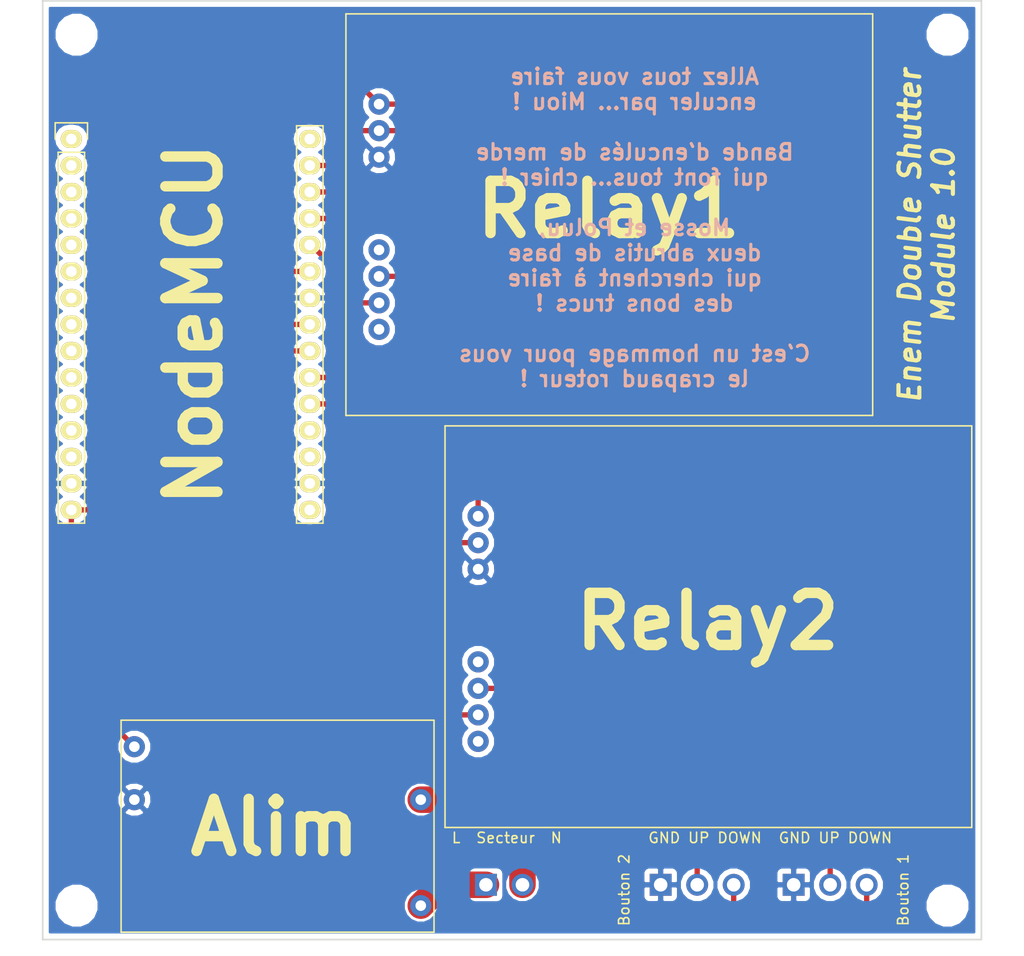
<source format=kicad_pcb>
(kicad_pcb (version 4) (host pcbnew 4.0.7)

  (general
    (links 22)
    (no_connects 0)
    (area 44.924999 49.924999 135.075001 140.075001)
    (thickness 1.6)
    (drawings 8)
    (tracks 108)
    (zones 0)
    (modules 11)
    (nets 35)
  )

  (page A4)
  (layers
    (0 F.Cu signal)
    (31 B.Cu signal)
    (32 B.Adhes user)
    (33 F.Adhes user)
    (34 B.Paste user)
    (35 F.Paste user)
    (36 B.SilkS user)
    (37 F.SilkS user)
    (38 B.Mask user)
    (39 F.Mask user)
    (40 Dwgs.User user)
    (41 Cmts.User user)
    (42 Eco1.User user)
    (43 Eco2.User user)
    (44 Edge.Cuts user)
    (45 Margin user)
    (46 B.CrtYd user)
    (47 F.CrtYd user)
    (48 B.Fab user)
    (49 F.Fab user)
  )

  (setup
    (last_trace_width 1)
    (trace_clearance 0.2)
    (zone_clearance 0.508)
    (zone_45_only no)
    (trace_min 0.2)
    (segment_width 0.2)
    (edge_width 0.15)
    (via_size 0.6)
    (via_drill 0.4)
    (via_min_size 0.4)
    (via_min_drill 0.3)
    (uvia_size 0.3)
    (uvia_drill 0.1)
    (uvias_allowed no)
    (uvia_min_size 0.2)
    (uvia_min_drill 0.1)
    (pcb_text_width 0.3)
    (pcb_text_size 1.5 1.5)
    (mod_edge_width 0.15)
    (mod_text_size 1 1)
    (mod_text_width 0.15)
    (pad_size 1.524 1.524)
    (pad_drill 0.762)
    (pad_to_mask_clearance 0.2)
    (aux_axis_origin 0 0)
    (visible_elements 7FFFEFFF)
    (pcbplotparams
      (layerselection 0x00030_80000001)
      (usegerberextensions false)
      (excludeedgelayer true)
      (linewidth 0.100000)
      (plotframeref false)
      (viasonmask false)
      (mode 1)
      (useauxorigin false)
      (hpglpennumber 1)
      (hpglpenspeed 20)
      (hpglpendiameter 15)
      (hpglpenoverlay 2)
      (psnegative false)
      (psa4output false)
      (plotreference true)
      (plotvalue true)
      (plotinvisibletext false)
      (padsonsilk false)
      (subtractmaskfromsilk false)
      (outputformat 1)
      (mirror false)
      (drillshape 1)
      (scaleselection 1)
      (outputdirectory ""))
  )

  (net 0 "")
  (net 1 "Net-(A1-Pad1)")
  (net 2 "Net-(A1-Pad2)")
  (net 3 +5V)
  (net 4 GND)
  (net 5 "Net-(J2-Pad2)")
  (net 6 "Net-(J2-Pad3)")
  (net 7 "Net-(J3-Pad2)")
  (net 8 "Net-(J3-Pad3)")
  (net 9 "Net-(U1-Pad1)")
  (net 10 "Net-(U1-Pad2)")
  (net 11 "Net-(U1-Pad3)")
  (net 12 "Net-(U1-Pad6)")
  (net 13 "Net-(U1-Pad7)")
  (net 14 "Net-(U1-Pad8)")
  (net 15 "Net-(U1-Pad9)")
  (net 16 +3V3)
  (net 17 "Net-(U1-Pad12)")
  (net 18 "Net-(U1-Pad13)")
  (net 19 "Net-(U1-Pad30)")
  (net 20 "Net-(U1-Pad18)")
  (net 21 "Net-(U1-Pad19)")
  (net 22 "Net-(Relay1-Pad5)")
  (net 23 "Net-(Relay1-Pad4)")
  (net 24 "Net-(Relay2-Pad5)")
  (net 25 "Net-(Relay2-Pad4)")
  (net 26 "Net-(Relay1-Pad7)")
  (net 27 "Net-(Relay1-Pad6)")
  (net 28 "Net-(Relay2-Pad7)")
  (net 29 "Net-(Relay2-Pad6)")
  (net 30 "Net-(U1-Pad4)")
  (net 31 "Net-(U1-Pad5)")
  (net 32 "Net-(U1-Pad10)")
  (net 33 "Net-(U1-Pad11)")
  (net 34 "Net-(U1-Pad16)")

  (net_class Default "Ceci est la Netclass par défaut"
    (clearance 0.2)
    (trace_width 1)
    (via_dia 0.6)
    (via_drill 0.4)
    (uvia_dia 0.3)
    (uvia_drill 0.1)
    (add_net +3V3)
    (add_net +5V)
    (add_net GND)
    (add_net "Net-(A1-Pad1)")
    (add_net "Net-(A1-Pad2)")
    (add_net "Net-(J2-Pad2)")
    (add_net "Net-(J2-Pad3)")
    (add_net "Net-(J3-Pad2)")
    (add_net "Net-(J3-Pad3)")
    (add_net "Net-(Relay1-Pad4)")
    (add_net "Net-(Relay1-Pad5)")
    (add_net "Net-(Relay1-Pad6)")
    (add_net "Net-(Relay1-Pad7)")
    (add_net "Net-(Relay2-Pad4)")
    (add_net "Net-(Relay2-Pad5)")
    (add_net "Net-(Relay2-Pad6)")
    (add_net "Net-(Relay2-Pad7)")
    (add_net "Net-(U1-Pad1)")
    (add_net "Net-(U1-Pad10)")
    (add_net "Net-(U1-Pad11)")
    (add_net "Net-(U1-Pad12)")
    (add_net "Net-(U1-Pad13)")
    (add_net "Net-(U1-Pad16)")
    (add_net "Net-(U1-Pad18)")
    (add_net "Net-(U1-Pad19)")
    (add_net "Net-(U1-Pad2)")
    (add_net "Net-(U1-Pad3)")
    (add_net "Net-(U1-Pad30)")
    (add_net "Net-(U1-Pad4)")
    (add_net "Net-(U1-Pad5)")
    (add_net "Net-(U1-Pad6)")
    (add_net "Net-(U1-Pad7)")
    (add_net "Net-(U1-Pad8)")
    (add_net "Net-(U1-Pad9)")
  )

  (module enemLib:NodeMCU_simple (layer F.Cu) (tedit 5AEF0DEA) (tstamp 5AEF0124)
    (at 47.75 63.25)
    (descr "Through-hole-mounted NodeMCU 0.9")
    (tags nodemcu)
    (path /5AE34C07)
    (fp_text reference NodeMCU (at 11.75 17.75 90) (layer F.SilkS)
      (effects (font (size 5 5) (thickness 1)))
    )
    (fp_text value NodeMCU_Amica_R2 (at 11.43 45.085) (layer F.Fab)
      (effects (font (size 2 2) (thickness 0.15)))
    )
    (fp_line (start 15.24 37.465) (end 15.24 42.545) (layer F.CrtYd) (width 0.15))
    (fp_line (start 7.62 37.465) (end 15.24 37.465) (layer F.CrtYd) (width 0.15))
    (fp_line (start 7.62 42.545) (end 7.62 37.465) (layer F.CrtYd) (width 0.15))
    (fp_line (start -1.905 42.545) (end -1.905 -6.35) (layer F.CrtYd) (width 0.15))
    (fp_line (start 24.765 42.545) (end -1.905 42.545) (layer F.CrtYd) (width 0.15))
    (fp_line (start 24.765 -6.35) (end 24.765 42.545) (layer F.CrtYd) (width 0.15))
    (fp_line (start -1.905 -6.35) (end 24.765 -6.35) (layer F.CrtYd) (width 0.15))
    (fp_line (start -1.27 1.27) (end -1.27 36.83) (layer F.SilkS) (width 0.15))
    (fp_line (start -1.27 36.83) (end 1.27 36.83) (layer F.SilkS) (width 0.15))
    (fp_line (start 1.27 36.83) (end 1.27 1.27) (layer F.SilkS) (width 0.15))
    (fp_line (start 1.55 -1.55) (end 1.55 0) (layer F.SilkS) (width 0.15))
    (fp_line (start 1.27 1.27) (end -1.27 1.27) (layer F.SilkS) (width 0.15))
    (fp_line (start -1.55 0) (end -1.55 -1.55) (layer F.SilkS) (width 0.15))
    (fp_line (start -1.55 -1.55) (end 1.55 -1.55) (layer F.SilkS) (width 0.15))
    (fp_line (start 21.59 36.83) (end 24.13 36.83) (layer F.SilkS) (width 0.15))
    (fp_line (start 21.59 -1.27) (end 21.59 36.83) (layer F.SilkS) (width 0.15))
    (fp_line (start 24.13 -1.27) (end 21.59 -1.27) (layer F.SilkS) (width 0.15))
    (fp_line (start 24.13 36.83) (end 24.13 -1.27) (layer F.SilkS) (width 0.15))
    (pad 1 thru_hole oval (at 0 0) (size 2.032 1.7272) (drill 1.016) (layers *.Cu *.Mask F.SilkS)
      (net 9 "Net-(U1-Pad1)"))
    (pad 2 thru_hole oval (at 0 2.54) (size 2.032 1.7272) (drill 1.016) (layers *.Cu *.Mask F.SilkS)
      (net 10 "Net-(U1-Pad2)"))
    (pad 3 thru_hole oval (at 0 5.08) (size 2.032 1.7272) (drill 1.016) (layers *.Cu *.Mask F.SilkS)
      (net 11 "Net-(U1-Pad3)"))
    (pad 4 thru_hole oval (at 0 7.62) (size 2.032 1.7272) (drill 1.016) (layers *.Cu *.Mask F.SilkS)
      (net 30 "Net-(U1-Pad4)"))
    (pad 5 thru_hole oval (at 0 10.16) (size 2.032 1.7272) (drill 1.016) (layers *.Cu *.Mask F.SilkS)
      (net 31 "Net-(U1-Pad5)"))
    (pad 6 thru_hole oval (at 0 12.7) (size 2.032 1.7272) (drill 1.016) (layers *.Cu *.Mask F.SilkS)
      (net 12 "Net-(U1-Pad6)"))
    (pad 7 thru_hole oval (at 0 15.24) (size 2.032 1.7272) (drill 1.016) (layers *.Cu *.Mask F.SilkS)
      (net 13 "Net-(U1-Pad7)"))
    (pad 8 thru_hole oval (at 0 17.78) (size 2.032 1.7272) (drill 1.016) (layers *.Cu *.Mask F.SilkS)
      (net 14 "Net-(U1-Pad8)"))
    (pad 9 thru_hole oval (at 0 20.32) (size 2.032 1.7272) (drill 1.016) (layers *.Cu *.Mask F.SilkS)
      (net 15 "Net-(U1-Pad9)"))
    (pad 10 thru_hole oval (at 0 22.86) (size 2.032 1.7272) (drill 1.016) (layers *.Cu *.Mask F.SilkS)
      (net 32 "Net-(U1-Pad10)"))
    (pad 11 thru_hole oval (at 0 25.4) (size 2.032 1.7272) (drill 1.016) (layers *.Cu *.Mask F.SilkS)
      (net 33 "Net-(U1-Pad11)"))
    (pad 12 thru_hole oval (at 0 27.94) (size 2.032 1.7272) (drill 1.016) (layers *.Cu *.Mask F.SilkS)
      (net 17 "Net-(U1-Pad12)"))
    (pad 13 thru_hole oval (at 0 30.48) (size 2.032 1.7272) (drill 1.016) (layers *.Cu *.Mask F.SilkS)
      (net 18 "Net-(U1-Pad13)"))
    (pad 14 thru_hole oval (at 0 33.02) (size 2.032 1.7272) (drill 1.016) (layers *.Cu *.Mask F.SilkS)
      (net 4 GND))
    (pad 15 thru_hole oval (at 0 35.56) (size 2.032 1.7272) (drill 1.016) (layers *.Cu *.Mask F.SilkS)
      (net 3 +5V))
    (pad 30 thru_hole oval (at 22.86 0) (size 2.032 1.7272) (drill 1.016) (layers *.Cu *.Mask F.SilkS)
      (net 19 "Net-(U1-Pad30)"))
    (pad 18 thru_hole oval (at 22.86 30.48) (size 2.032 1.7272) (drill 1.016) (layers *.Cu *.Mask F.SilkS)
      (net 20 "Net-(U1-Pad18)"))
    (pad 17 thru_hole oval (at 22.86 33.02) (size 2.032 1.7272) (drill 1.016) (layers *.Cu *.Mask F.SilkS)
      (net 4 GND))
    (pad 19 thru_hole oval (at 22.86 27.94) (size 2.032 1.7272) (drill 1.016) (layers *.Cu *.Mask F.SilkS)
      (net 21 "Net-(U1-Pad19)"))
    (pad 25 thru_hole oval (at 22.86 12.7) (size 2.032 1.7272) (drill 1.016) (layers *.Cu *.Mask F.SilkS)
      (net 16 +3V3))
    (pad 26 thru_hole oval (at 22.86 10.16) (size 2.032 1.7272) (drill 1.016) (layers *.Cu *.Mask F.SilkS)
      (net 6 "Net-(J2-Pad3)"))
    (pad 24 thru_hole oval (at 22.86 15.24) (size 2.032 1.7272) (drill 1.016) (layers *.Cu *.Mask F.SilkS)
      (net 4 GND))
    (pad 16 thru_hole oval (at 22.86 35.56) (size 2.032 1.7272) (drill 1.016) (layers *.Cu *.Mask F.SilkS)
      (net 34 "Net-(U1-Pad16)"))
    (pad 22 thru_hole oval (at 22.86 20.32) (size 2.032 1.7272) (drill 1.016) (layers *.Cu *.Mask F.SilkS)
      (net 24 "Net-(Relay2-Pad5)"))
    (pad 23 thru_hole oval (at 22.86 17.78) (size 2.032 1.7272) (drill 1.016) (layers *.Cu *.Mask F.SilkS)
      (net 25 "Net-(Relay2-Pad4)"))
    (pad 21 thru_hole oval (at 22.86 22.86) (size 2.032 1.7272) (drill 1.016) (layers *.Cu *.Mask F.SilkS)
      (net 7 "Net-(J3-Pad2)"))
    (pad 20 thru_hole oval (at 22.86 25.4) (size 2.032 1.7272) (drill 1.016) (layers *.Cu *.Mask F.SilkS)
      (net 8 "Net-(J3-Pad3)"))
    (pad 28 thru_hole oval (at 22.86 5.08) (size 2.032 1.7272) (drill 1.016) (layers *.Cu *.Mask F.SilkS)
      (net 22 "Net-(Relay1-Pad5)"))
    (pad 27 thru_hole oval (at 22.86 7.62) (size 2.032 1.7272) (drill 1.016) (layers *.Cu *.Mask F.SilkS)
      (net 5 "Net-(J2-Pad2)"))
    (pad 29 thru_hole oval (at 22.86 2.54) (size 2.032 1.7272) (drill 1.016) (layers *.Cu *.Mask F.SilkS)
      (net 23 "Net-(Relay1-Pad4)"))
  )

  (module enemLib:relayModule (layer F.Cu) (tedit 5AE8DFD1) (tstamp 5AE8C25D)
    (at 77.25 81.5)
    (path /5AE6251D)
    (fp_text reference Relay1 (at 22 -11.5) (layer F.SilkS)
      (effects (font (size 5 5) (thickness 1)))
    )
    (fp_text value 2RelaysModule (at 22.03 -12.52) (layer F.Fab)
      (effects (font (size 1 1) (thickness 0.15)))
    )
    (fp_line (start 47.325 8.255) (end 47.325 -30.245) (layer F.SilkS) (width 0.15))
    (fp_line (start 47.325 -30.245) (end -3.175 -30.245) (layer F.SilkS) (width 0.15))
    (fp_line (start -3.175 -30.245) (end -3.175 8.255) (layer F.SilkS) (width 0.15))
    (fp_line (start -3.175 8.255) (end 47.325 8.255) (layer F.SilkS) (width 0.15))
    (pad 7 thru_hole circle (at 0 0) (size 2.032 2.032) (drill 1.016) (layers *.Cu *.Mask)
      (net 26 "Net-(Relay1-Pad7)"))
    (pad 5 thru_hole circle (at 0 -2.54) (size 2.032 2.032) (drill 1.016) (layers *.Cu *.Mask)
      (net 22 "Net-(Relay1-Pad5)"))
    (pad 4 thru_hole circle (at 0 -5.08) (size 2.032 2.032) (drill 1.016) (layers *.Cu *.Mask)
      (net 23 "Net-(Relay1-Pad4)"))
    (pad 6 thru_hole circle (at 0 -7.62) (size 2.032 2.032) (drill 1.016) (layers *.Cu *.Mask)
      (net 27 "Net-(Relay1-Pad6)"))
    (pad 1 thru_hole circle (at 0 -16.51) (size 2.032 2.032) (drill 1.016) (layers *.Cu *.Mask)
      (net 4 GND))
    (pad 2 thru_hole circle (at 0 -19.05) (size 2.032 2.032) (drill 1.016) (layers *.Cu *.Mask)
      (net 16 +3V3))
    (pad 3 thru_hole circle (at 0 -21.59) (size 2.032 2.032) (drill 1.016) (layers *.Cu *.Mask)
      (net 3 +5V))
  )

  (module enemLib:Bornier3 (layer F.Cu) (tedit 5AEA12C2) (tstamp 5AE8DAC2)
    (at 117 134.75)
    (path /5AE62F81)
    (fp_text reference "Bouton 1" (at 10.5 0.5 90) (layer F.SilkS)
      (effects (font (size 1 1) (thickness 0.15)))
    )
    (fp_text value "Bouton 1" (at 3.5 2.5) (layer F.Fab)
      (effects (font (size 1 1) (thickness 0.15)))
    )
    (fp_line (start -2.5 4.5) (end 9.5 4.5) (layer F.CrtYd) (width 0.15))
    (fp_line (start -2.5 -3.5) (end 9.5 -3.5) (layer F.CrtYd) (width 0.15))
    (fp_line (start 9.5 4.5) (end 9.5 -3.5) (layer F.CrtYd) (width 0.15))
    (fp_line (start -2.5 -3.5) (end -2.5 4.5) (layer F.CrtYd) (width 0.15))
    (pad 3 thru_hole circle (at 7 0) (size 2.1 2.1) (drill 1.3) (layers *.Cu *.Mask)
      (net 6 "Net-(J2-Pad3)"))
    (pad 1 thru_hole rect (at 0 0) (size 2.1 2.1) (drill 1.3) (layers *.Cu *.Mask)
      (net 4 GND))
    (pad 2 thru_hole circle (at 3.5 0) (size 2.1 2.1) (drill 1.3) (layers *.Cu *.Mask)
      (net 5 "Net-(J2-Pad2)"))
  )

  (module Mounting_Holes:MountingHole_3mm (layer F.Cu) (tedit 5AE8C9E3) (tstamp 5AE8C70C)
    (at 48.25 53.25)
    (descr "Mounting Hole 3mm, no annular")
    (tags "mounting hole 3mm no annular")
    (attr virtual)
    (fp_text reference REF** (at 0 -4) (layer F.SilkS) hide
      (effects (font (size 1 1) (thickness 0.15)))
    )
    (fp_text value MountingHole_3mm (at 0 4) (layer F.Fab)
      (effects (font (size 1 1) (thickness 0.15)))
    )
    (fp_text user %R (at 0.3 0) (layer F.Fab)
      (effects (font (size 1 1) (thickness 0.15)))
    )
    (fp_circle (center 0 0) (end 3 0) (layer Cmts.User) (width 0.15))
    (fp_circle (center 0 0) (end 3.25 0) (layer F.CrtYd) (width 0.05))
    (pad 1 np_thru_hole circle (at 0 0) (size 3 3) (drill 3) (layers *.Cu *.Mask))
  )

  (module enemLib:ModuleAlim (layer F.Cu) (tedit 5AE8DFEE) (tstamp 5AE8C23E)
    (at 81.25 136.75 180)
    (path /5AE61C3A)
    (fp_text reference Alim (at 14 7.5 180) (layer F.SilkS)
      (effects (font (size 5 5) (thickness 1)))
    )
    (fp_text value Alim (at 13.67 6.41 180) (layer F.Fab)
      (effects (font (size 1 1) (thickness 0.15)))
    )
    (fp_line (start 28.73 17.78) (end 28.73 -2.54) (layer F.SilkS) (width 0.15))
    (fp_line (start -1.27 -2.54) (end -1.27 17.78) (layer F.SilkS) (width 0.15))
    (fp_line (start -1.27 17.78) (end 28.73 17.78) (layer F.SilkS) (width 0.15))
    (fp_line (start -1.27 -2.54) (end 28.73 -2.54) (layer F.SilkS) (width 0.15))
    (pad 1 thru_hole circle (at 0 0) (size 2.032 2.032) (drill 1.016) (layers *.Cu *.Mask)
      (net 1 "Net-(A1-Pad1)"))
    (pad 2 thru_hole circle (at 0 10.16) (size 2.032 2.032) (drill 1.016) (layers *.Cu *.Mask)
      (net 2 "Net-(A1-Pad2)"))
    (pad 3 thru_hole circle (at 27.46 15.24) (size 2.032 2.032) (drill 1.016) (layers *.Cu *.Mask)
      (net 3 +5V))
    (pad 4 thru_hole circle (at 27.46 10.16) (size 2.032 2.032) (drill 1.016) (layers *.Cu *.Mask)
      (net 4 GND))
  )

  (module Mounting_Holes:MountingHole_3mm (layer F.Cu) (tedit 5AE8C9D4) (tstamp 5AE8C73D)
    (at 48.25 136.75)
    (descr "Mounting Hole 3mm, no annular")
    (tags "mounting hole 3mm no annular")
    (attr virtual)
    (fp_text reference REF** (at 0 -4) (layer F.SilkS) hide
      (effects (font (size 1 1) (thickness 0.15)))
    )
    (fp_text value MountingHole_3mm (at 0 4) (layer F.Fab)
      (effects (font (size 1 1) (thickness 0.15)))
    )
    (fp_text user %R (at 0.3 0) (layer F.Fab)
      (effects (font (size 1 1) (thickness 0.15)))
    )
    (fp_circle (center 0 0) (end 3 0) (layer Cmts.User) (width 0.15))
    (fp_circle (center 0 0) (end 3.25 0) (layer F.CrtYd) (width 0.05))
    (pad 1 np_thru_hole circle (at 0 0) (size 3 3) (drill 3) (layers *.Cu *.Mask))
  )

  (module Mounting_Holes:MountingHole_3mm (layer F.Cu) (tedit 5AEA11BF) (tstamp 5AE8C736)
    (at 131.75 136.75)
    (descr "Mounting Hole 3mm, no annular")
    (tags "mounting hole 3mm no annular")
    (attr virtual)
    (fp_text reference REF** (at 1.25 -4.25) (layer F.SilkS) hide
      (effects (font (size 1 1) (thickness 0.15)))
    )
    (fp_text value MountingHole_3mm (at 0 4) (layer F.Fab)
      (effects (font (size 1 1) (thickness 0.15)))
    )
    (fp_text user %R (at 0.3 0) (layer F.Fab)
      (effects (font (size 1 1) (thickness 0.15)))
    )
    (fp_circle (center 0 0) (end 3 0) (layer Cmts.User) (width 0.15))
    (fp_circle (center 0 0) (end 3.25 0) (layer F.CrtYd) (width 0.05))
    (pad 1 np_thru_hole circle (at 0 0) (size 3 3) (drill 3) (layers *.Cu *.Mask))
  )

  (module enemLib:relayModule (layer F.Cu) (tedit 5AE8DFD1) (tstamp 5AE8C268)
    (at 86.75 121)
    (path /5AE8BB79)
    (fp_text reference Relay2 (at 22 -11.5) (layer F.SilkS)
      (effects (font (size 5 5) (thickness 1)))
    )
    (fp_text value 2RelaysModule (at 22.03 -12.52) (layer F.Fab)
      (effects (font (size 1 1) (thickness 0.15)))
    )
    (fp_line (start 47.325 8.255) (end 47.325 -30.245) (layer F.SilkS) (width 0.15))
    (fp_line (start 47.325 -30.245) (end -3.175 -30.245) (layer F.SilkS) (width 0.15))
    (fp_line (start -3.175 -30.245) (end -3.175 8.255) (layer F.SilkS) (width 0.15))
    (fp_line (start -3.175 8.255) (end 47.325 8.255) (layer F.SilkS) (width 0.15))
    (pad 7 thru_hole circle (at 0 0) (size 2.032 2.032) (drill 1.016) (layers *.Cu *.Mask)
      (net 28 "Net-(Relay2-Pad7)"))
    (pad 5 thru_hole circle (at 0 -2.54) (size 2.032 2.032) (drill 1.016) (layers *.Cu *.Mask)
      (net 24 "Net-(Relay2-Pad5)"))
    (pad 4 thru_hole circle (at 0 -5.08) (size 2.032 2.032) (drill 1.016) (layers *.Cu *.Mask)
      (net 25 "Net-(Relay2-Pad4)"))
    (pad 6 thru_hole circle (at 0 -7.62) (size 2.032 2.032) (drill 1.016) (layers *.Cu *.Mask)
      (net 29 "Net-(Relay2-Pad6)"))
    (pad 1 thru_hole circle (at 0 -16.51) (size 2.032 2.032) (drill 1.016) (layers *.Cu *.Mask)
      (net 4 GND))
    (pad 2 thru_hole circle (at 0 -19.05) (size 2.032 2.032) (drill 1.016) (layers *.Cu *.Mask)
      (net 16 +3V3))
    (pad 3 thru_hole circle (at 0 -21.59) (size 2.032 2.032) (drill 1.016) (layers *.Cu *.Mask)
      (net 3 +5V))
  )

  (module enemLib:Bornier2 (layer F.Cu) (tedit 5AE8DAE0) (tstamp 5AE8DAB7)
    (at 87.5 134.75)
    (path /5AE61E8A)
    (fp_text reference "L  Secteur  N" (at 2 -4.5) (layer F.SilkS)
      (effects (font (size 1 1) (thickness 0.15)))
    )
    (fp_text value Secteur (at 1.5 2.5) (layer F.Fab)
      (effects (font (size 1 1) (thickness 0.15)))
    )
    (fp_line (start -2.5 -3.5) (end -2.5 4.5) (layer F.CrtYd) (width 0.15))
    (fp_line (start 6 -3.5) (end 6 4.5) (layer F.CrtYd) (width 0.15))
    (fp_line (start 6 4.5) (end -2.5 4.5) (layer F.CrtYd) (width 0.15))
    (fp_line (start -2.5 -3.5) (end 6 -3.5) (layer F.CrtYd) (width 0.15))
    (pad 1 thru_hole rect (at 0 0) (size 2.1 2.1) (drill 1.3) (layers *.Cu *.Mask)
      (net 1 "Net-(A1-Pad1)"))
    (pad 2 thru_hole circle (at 3.5 0) (size 2.1 2.1) (drill 1.3) (layers *.Cu *.Mask)
      (net 2 "Net-(A1-Pad2)"))
  )

  (module Mounting_Holes:MountingHole_3mm (layer F.Cu) (tedit 5AE8C9DF) (tstamp 5AE8C72F)
    (at 131.75 53.25)
    (descr "Mounting Hole 3mm, no annular")
    (tags "mounting hole 3mm no annular")
    (attr virtual)
    (fp_text reference REF** (at 0 -4) (layer F.SilkS) hide
      (effects (font (size 1 1) (thickness 0.15)))
    )
    (fp_text value MountingHole_3mm (at 0 4) (layer F.Fab)
      (effects (font (size 1 1) (thickness 0.15)))
    )
    (fp_text user %R (at 0.3 0) (layer F.Fab)
      (effects (font (size 1 1) (thickness 0.15)))
    )
    (fp_circle (center 0 0) (end 3 0) (layer Cmts.User) (width 0.15))
    (fp_circle (center 0 0) (end 3.25 0) (layer F.CrtYd) (width 0.05))
    (pad 1 np_thru_hole circle (at 0 0) (size 3 3) (drill 3) (layers *.Cu *.Mask))
  )

  (module enemLib:Bornier3 (layer F.Cu) (tedit 5AEA12CD) (tstamp 5AE8DACD)
    (at 104.25 134.75)
    (path /5AE8C308)
    (fp_text reference "Bouton 2" (at -3.5 0.5 90) (layer F.SilkS)
      (effects (font (size 1 1) (thickness 0.15)))
    )
    (fp_text value "Bouton 2" (at 3.5 2.5) (layer F.Fab)
      (effects (font (size 1 1) (thickness 0.15)))
    )
    (fp_line (start -2.5 4.5) (end 9.5 4.5) (layer F.CrtYd) (width 0.15))
    (fp_line (start -2.5 -3.5) (end 9.5 -3.5) (layer F.CrtYd) (width 0.15))
    (fp_line (start 9.5 4.5) (end 9.5 -3.5) (layer F.CrtYd) (width 0.15))
    (fp_line (start -2.5 -3.5) (end -2.5 4.5) (layer F.CrtYd) (width 0.15))
    (pad 3 thru_hole circle (at 7 0) (size 2.1 2.1) (drill 1.3) (layers *.Cu *.Mask)
      (net 8 "Net-(J3-Pad3)"))
    (pad 1 thru_hole rect (at 0 0) (size 2.1 2.1) (drill 1.3) (layers *.Cu *.Mask)
      (net 4 GND))
    (pad 2 thru_hole circle (at 3.5 0) (size 2.1 2.1) (drill 1.3) (layers *.Cu *.Mask)
      (net 7 "Net-(J3-Pad2)"))
  )

  (gr_text "Enem Double Shutter\nModule 1.0" (at 129.75 72.5 90) (layer F.SilkS)
    (effects (font (size 2 2) (thickness 0.4) italic))
  )
  (gr_text "GND UP DOWN" (at 121 130.25) (layer F.SilkS) (tstamp 5AEA1238)
    (effects (font (size 1 1) (thickness 0.15)))
  )
  (gr_text "GND UP DOWN" (at 108.5 130.25) (layer F.SilkS)
    (effects (font (size 1 1) (thickness 0.15)))
  )
  (gr_line (start 135 50) (end 135 140) (angle 90) (layer Edge.Cuts) (width 0.15))
  (gr_line (start 45 140) (end 45 50) (angle 90) (layer Edge.Cuts) (width 0.15))
  (gr_line (start 135 140) (end 45 140) (angle 90) (layer Edge.Cuts) (width 0.15))
  (gr_line (start 45 50) (end 135 50) (angle 90) (layer Edge.Cuts) (width 0.15))
  (gr_text "Allez tous vous faire\nenculer par... Miou !\n\nBande d'enculés de merde\nqui font tous... chier !\n\nMosse et Poluu,\ndeux abrutis de base\nqui cherchent à faire\ndes bons trucs !\n\nC'est un hommage pour vous\nle crapaud roteur !" (at 101.75 71.75) (layer B.SilkS)
    (effects (font (size 1.5 1.5) (thickness 0.3)) (justify mirror))
  )

  (segment (start 87.5 134.75) (end 83.25 134.75) (width 2.54) (layer F.Cu) (net 1))
  (segment (start 83.25 134.75) (end 81.25 136.75) (width 2.54) (layer F.Cu) (net 1))
  (segment (start 91 134.75) (end 91 133.265076) (width 2.54) (layer F.Cu) (net 2))
  (segment (start 91 133.265076) (end 84.324924 126.59) (width 2.54) (layer F.Cu) (net 2))
  (segment (start 84.324924 126.59) (end 82.68684 126.59) (width 2.54) (layer F.Cu) (net 2))
  (segment (start 82.68684 126.59) (end 81.25 126.59) (width 2.54) (layer F.Cu) (net 2))
  (segment (start 81.91 59.91) (end 86.75 64.75) (width 0.508) (layer F.Cu) (net 3))
  (segment (start 86.75 64.75) (end 86.75 99.41) (width 0.508) (layer F.Cu) (net 3))
  (segment (start 77.25 59.91) (end 81.91 59.91) (width 0.508) (layer F.Cu) (net 3))
  (segment (start 58.5 53) (end 70.34 53) (width 0.508) (layer F.Cu) (net 3))
  (segment (start 70.34 53) (end 77.25 59.91) (width 0.508) (layer F.Cu) (net 3))
  (segment (start 53 58.5) (end 58.5 53) (width 0.508) (layer F.Cu) (net 3))
  (segment (start 53 95.084) (end 53 58.5) (width 0.508) (layer F.Cu) (net 3))
  (segment (start 47.75 98.81) (end 49.274 98.81) (width 0.508) (layer F.Cu) (net 3))
  (segment (start 49.274 98.81) (end 53 95.084) (width 0.508) (layer F.Cu) (net 3))
  (segment (start 47.75 98.81) (end 47.75 115.47) (width 0.508) (layer F.Cu) (net 3))
  (segment (start 47.75 115.47) (end 53.79 121.51) (width 0.508) (layer F.Cu) (net 3))
  (segment (start 70.61 70.87) (end 72.134 70.87) (width 0.508) (layer F.Cu) (net 5))
  (segment (start 72.134 70.87) (end 74 72.736) (width 0.508) (layer F.Cu) (net 5))
  (segment (start 74 72.736) (end 74 84.5) (width 0.508) (layer F.Cu) (net 5))
  (segment (start 74 84.5) (end 76 86.5) (width 0.508) (layer F.Cu) (net 5))
  (segment (start 76 86.5) (end 76 105.5) (width 0.508) (layer F.Cu) (net 5))
  (segment (start 76 105.5) (end 78 107.5) (width 0.508) (layer F.Cu) (net 5))
  (segment (start 78 107.5) (end 112 107.5) (width 0.508) (layer F.Cu) (net 5))
  (segment (start 112 107.5) (end 115 110.5) (width 0.508) (layer F.Cu) (net 5))
  (segment (start 115 110.5) (end 115 128.5) (width 0.508) (layer F.Cu) (net 5))
  (segment (start 119.5 130) (end 120.5 131) (width 0.508) (layer F.Cu) (net 5))
  (segment (start 115 128.5) (end 116.5 130) (width 0.508) (layer F.Cu) (net 5))
  (segment (start 116.5 130) (end 119.5 130) (width 0.508) (layer F.Cu) (net 5))
  (segment (start 120.5 131) (end 120.5 134.75) (width 0.508) (layer F.Cu) (net 5))
  (segment (start 70.61 73.41) (end 70.7624 73.41) (width 0.508) (layer F.Cu) (net 6))
  (segment (start 70.7624 73.41) (end 73 75.6476) (width 0.508) (layer F.Cu) (net 6))
  (segment (start 73 75.6476) (end 73 85) (width 0.508) (layer F.Cu) (net 6))
  (segment (start 73 85) (end 75 87) (width 0.508) (layer F.Cu) (net 6))
  (segment (start 75 87) (end 75 106) (width 0.508) (layer F.Cu) (net 6))
  (segment (start 111.5 108.5) (end 114 111) (width 0.508) (layer F.Cu) (net 6))
  (segment (start 75 106) (end 77.5 108.5) (width 0.508) (layer F.Cu) (net 6))
  (segment (start 77.5 108.5) (end 111.5 108.5) (width 0.508) (layer F.Cu) (net 6))
  (segment (start 114 136) (end 115.5 137.5) (width 0.508) (layer F.Cu) (net 6))
  (segment (start 114 111) (end 114 136) (width 0.508) (layer F.Cu) (net 6))
  (segment (start 115.5 137.5) (end 123.5 137.5) (width 0.508) (layer F.Cu) (net 6))
  (segment (start 123.5 137.5) (end 124 137) (width 0.508) (layer F.Cu) (net 6))
  (segment (start 124 137) (end 124 134.75) (width 0.508) (layer F.Cu) (net 6))
  (segment (start 70.61 86.11) (end 72.134 86.11) (width 0.508) (layer F.Cu) (net 7))
  (segment (start 72.134 86.11) (end 74 87.976) (width 0.508) (layer F.Cu) (net 7))
  (segment (start 74 87.976) (end 74 106.5) (width 0.508) (layer F.Cu) (net 7))
  (segment (start 77 109.5) (end 90.5 109.5) (width 0.508) (layer F.Cu) (net 7))
  (segment (start 74 106.5) (end 77 109.5) (width 0.508) (layer F.Cu) (net 7))
  (segment (start 90.5 109.5) (end 97 116) (width 0.508) (layer F.Cu) (net 7))
  (segment (start 97 116) (end 97 128.5) (width 0.508) (layer F.Cu) (net 7))
  (segment (start 97 128.5) (end 98.5 130) (width 0.508) (layer F.Cu) (net 7))
  (segment (start 98.5 130) (end 106.5 130) (width 0.508) (layer F.Cu) (net 7))
  (segment (start 106.5 130) (end 107.75 131.25) (width 0.508) (layer F.Cu) (net 7))
  (segment (start 107.75 131.25) (end 107.75 134.75) (width 0.508) (layer F.Cu) (net 7))
  (segment (start 70.61 88.65) (end 72.134 88.65) (width 0.508) (layer F.Cu) (net 8))
  (segment (start 76.5 110.5) (end 90 110.5) (width 0.508) (layer F.Cu) (net 8))
  (segment (start 72.134 88.65) (end 73 89.516) (width 0.508) (layer F.Cu) (net 8))
  (segment (start 96 116.5) (end 96 136.25) (width 0.508) (layer F.Cu) (net 8))
  (segment (start 73 89.516) (end 73 107) (width 0.508) (layer F.Cu) (net 8))
  (segment (start 73 107) (end 76.5 110.5) (width 0.508) (layer F.Cu) (net 8))
  (segment (start 90 110.5) (end 96 116.5) (width 0.508) (layer F.Cu) (net 8))
  (segment (start 111.25 136.75) (end 111.25 134.75) (width 0.508) (layer F.Cu) (net 8))
  (segment (start 96 136.25) (end 97.25 137.5) (width 0.508) (layer F.Cu) (net 8))
  (segment (start 97.25 137.5) (end 110.5 137.5) (width 0.508) (layer F.Cu) (net 8))
  (segment (start 110.5 137.5) (end 111.25 136.75) (width 0.508) (layer F.Cu) (net 8))
  (segment (start 68 62.5) (end 69 61.5) (width 0.508) (layer F.Cu) (net 16))
  (segment (start 69 61.5) (end 74.5 61.5) (width 0.508) (layer F.Cu) (net 16))
  (segment (start 68 74.9) (end 68 62.5) (width 0.508) (layer F.Cu) (net 16))
  (segment (start 69.05 75.95) (end 68 74.9) (width 0.508) (layer F.Cu) (net 16))
  (segment (start 70.61 75.95) (end 69.05 75.95) (width 0.508) (layer F.Cu) (net 16))
  (segment (start 77.25 62.45) (end 81.95 62.45) (width 0.508) (layer F.Cu) (net 16))
  (segment (start 81.95 62.45) (end 85.5 66) (width 0.508) (layer F.Cu) (net 16))
  (segment (start 85.5 66) (end 85.5 97) (width 0.508) (layer F.Cu) (net 16))
  (segment (start 85.5 97) (end 84.5 98) (width 0.508) (layer F.Cu) (net 16))
  (segment (start 84.5 98) (end 84.5 101.5) (width 0.508) (layer F.Cu) (net 16))
  (segment (start 84.5 101.5) (end 84.95 101.95) (width 0.508) (layer F.Cu) (net 16))
  (segment (start 84.95 101.95) (end 86.75 101.95) (width 0.508) (layer F.Cu) (net 16))
  (segment (start 74.5 61.5) (end 75.45 62.45) (width 0.508) (layer F.Cu) (net 16))
  (segment (start 75.45 62.45) (end 77.25 62.45) (width 0.508) (layer F.Cu) (net 16))
  (segment (start 77.25 78.96) (end 75.46 78.96) (width 0.508) (layer F.Cu) (net 22))
  (segment (start 72.83 68.33) (end 70.61 68.33) (width 0.508) (layer F.Cu) (net 22))
  (segment (start 75.46 78.96) (end 75 78.5) (width 0.508) (layer F.Cu) (net 22))
  (segment (start 75 78.5) (end 75 69) (width 0.508) (layer F.Cu) (net 22))
  (segment (start 74.33 68.33) (end 72.83 68.33) (width 0.508) (layer F.Cu) (net 22))
  (segment (start 75 69) (end 74.33 68.33) (width 0.508) (layer F.Cu) (net 22))
  (segment (start 77.25 76.42) (end 79.58 76.42) (width 0.508) (layer F.Cu) (net 23))
  (segment (start 79.58 76.42) (end 80 76) (width 0.508) (layer F.Cu) (net 23))
  (segment (start 80 76) (end 80 72) (width 0.508) (layer F.Cu) (net 23))
  (segment (start 80 72) (end 79.5 71.5) (width 0.508) (layer F.Cu) (net 23))
  (segment (start 79.5 71.5) (end 76.5 71.5) (width 0.508) (layer F.Cu) (net 23))
  (segment (start 76.5 71.5) (end 76 71) (width 0.508) (layer F.Cu) (net 23))
  (segment (start 76 71) (end 76 68) (width 0.508) (layer F.Cu) (net 23))
  (segment (start 76 68) (end 73.79 65.79) (width 0.508) (layer F.Cu) (net 23))
  (segment (start 73.79 65.79) (end 70.61 65.79) (width 0.508) (layer F.Cu) (net 23))
  (segment (start 86.75 118.46) (end 77.96 118.46) (width 0.508) (layer F.Cu) (net 24))
  (segment (start 77.96 118.46) (end 66.5 107) (width 0.508) (layer F.Cu) (net 24))
  (segment (start 66.5 107) (end 66.5 84) (width 0.508) (layer F.Cu) (net 24))
  (segment (start 66.5 84) (end 66.93 83.57) (width 0.508) (layer F.Cu) (net 24))
  (segment (start 66.93 83.57) (end 70.61 83.57) (width 0.508) (layer F.Cu) (net 24))
  (segment (start 70.61 81.03) (end 65.97 81.03) (width 0.508) (layer F.Cu) (net 25))
  (segment (start 65.97 81.03) (end 65 82) (width 0.508) (layer F.Cu) (net 25))
  (segment (start 65 82) (end 65 108) (width 0.508) (layer F.Cu) (net 25))
  (segment (start 65 108) (end 81 124) (width 0.508) (layer F.Cu) (net 25))
  (segment (start 81 124) (end 88.5 124) (width 0.508) (layer F.Cu) (net 25))
  (segment (start 88.5 124) (end 90 122.5) (width 0.508) (layer F.Cu) (net 25))
  (segment (start 90 122.5) (end 90 117) (width 0.508) (layer F.Cu) (net 25))
  (segment (start 90 117) (end 88.92 115.92) (width 0.508) (layer F.Cu) (net 25))
  (segment (start 88.92 115.92) (end 86.75 115.92) (width 0.508) (layer F.Cu) (net 25))

  (zone (net 4) (net_name GND) (layer B.Cu) (tstamp 0) (hatch edge 0.508)
    (connect_pads (clearance 0.508))
    (min_thickness 0.254)
    (fill yes (arc_segments 16) (thermal_gap 0.508) (thermal_bridge_width 0.508))
    (polygon
      (pts
        (xy 135 50) (xy 135 140) (xy 45 140) (xy 45 50)
      )
    )
    (filled_polygon
      (pts
        (xy 134.29 139.29) (xy 45.71 139.29) (xy 45.71 137.172815) (xy 46.11463 137.172815) (xy 46.43898 137.9578)
        (xy 47.039041 138.558909) (xy 47.823459 138.884628) (xy 48.672815 138.88537) (xy 49.4578 138.56102) (xy 50.058909 137.960959)
        (xy 50.384628 137.176541) (xy 50.384714 137.076963) (xy 79.598714 137.076963) (xy 79.849534 137.683995) (xy 80.313563 138.148834)
        (xy 80.920155 138.400713) (xy 81.576963 138.401286) (xy 82.183995 138.150466) (xy 82.648834 137.686437) (xy 82.862108 137.172815)
        (xy 129.61463 137.172815) (xy 129.93898 137.9578) (xy 130.539041 138.558909) (xy 131.323459 138.884628) (xy 132.172815 138.88537)
        (xy 132.9578 138.56102) (xy 133.558909 137.960959) (xy 133.884628 137.176541) (xy 133.88537 136.327185) (xy 133.56102 135.5422)
        (xy 132.960959 134.941091) (xy 132.176541 134.615372) (xy 131.327185 134.61463) (xy 130.5422 134.93898) (xy 129.941091 135.539041)
        (xy 129.615372 136.323459) (xy 129.61463 137.172815) (xy 82.862108 137.172815) (xy 82.900713 137.079845) (xy 82.901286 136.423037)
        (xy 82.650466 135.816005) (xy 82.186437 135.351166) (xy 81.579845 135.099287) (xy 80.923037 135.098714) (xy 80.316005 135.349534)
        (xy 79.851166 135.813563) (xy 79.599287 136.420155) (xy 79.598714 137.076963) (xy 50.384714 137.076963) (xy 50.38537 136.327185)
        (xy 50.06102 135.5422) (xy 49.460959 134.941091) (xy 48.676541 134.615372) (xy 47.827185 134.61463) (xy 47.0422 134.93898)
        (xy 46.441091 135.539041) (xy 46.115372 136.323459) (xy 46.11463 137.172815) (xy 45.71 137.172815) (xy 45.71 133.7)
        (xy 85.80256 133.7) (xy 85.80256 135.8) (xy 85.846838 136.035317) (xy 85.98591 136.251441) (xy 86.19811 136.396431)
        (xy 86.45 136.44744) (xy 88.55 136.44744) (xy 88.785317 136.403162) (xy 89.001441 136.26409) (xy 89.146431 136.05189)
        (xy 89.19744 135.8) (xy 89.19744 135.083697) (xy 89.314708 135.083697) (xy 89.570694 135.703229) (xy 90.044278 136.17764)
        (xy 90.663362 136.434707) (xy 91.333697 136.435292) (xy 91.953229 136.179306) (xy 92.42764 135.705722) (xy 92.684707 135.086638)
        (xy 92.684751 135.03575) (xy 102.565 135.03575) (xy 102.565 135.92631) (xy 102.661673 136.159699) (xy 102.840302 136.338327)
        (xy 103.073691 136.435) (xy 103.96425 136.435) (xy 104.123 136.27625) (xy 104.123 134.877) (xy 104.377 134.877)
        (xy 104.377 136.27625) (xy 104.53575 136.435) (xy 105.426309 136.435) (xy 105.659698 136.338327) (xy 105.838327 136.159699)
        (xy 105.935 135.92631) (xy 105.935 135.083697) (xy 106.064708 135.083697) (xy 106.320694 135.703229) (xy 106.794278 136.17764)
        (xy 107.413362 136.434707) (xy 108.083697 136.435292) (xy 108.703229 136.179306) (xy 109.17764 135.705722) (xy 109.434707 135.086638)
        (xy 109.434709 135.083697) (xy 109.564708 135.083697) (xy 109.820694 135.703229) (xy 110.294278 136.17764) (xy 110.913362 136.434707)
        (xy 111.583697 136.435292) (xy 112.203229 136.179306) (xy 112.67764 135.705722) (xy 112.934707 135.086638) (xy 112.934751 135.03575)
        (xy 115.315 135.03575) (xy 115.315 135.92631) (xy 115.411673 136.159699) (xy 115.590302 136.338327) (xy 115.823691 136.435)
        (xy 116.71425 136.435) (xy 116.873 136.27625) (xy 116.873 134.877) (xy 117.127 134.877) (xy 117.127 136.27625)
        (xy 117.28575 136.435) (xy 118.176309 136.435) (xy 118.409698 136.338327) (xy 118.588327 136.159699) (xy 118.685 135.92631)
        (xy 118.685 135.083697) (xy 118.814708 135.083697) (xy 119.070694 135.703229) (xy 119.544278 136.17764) (xy 120.163362 136.434707)
        (xy 120.833697 136.435292) (xy 121.453229 136.179306) (xy 121.92764 135.705722) (xy 122.184707 135.086638) (xy 122.184709 135.083697)
        (xy 122.314708 135.083697) (xy 122.570694 135.703229) (xy 123.044278 136.17764) (xy 123.663362 136.434707) (xy 124.333697 136.435292)
        (xy 124.953229 136.179306) (xy 125.42764 135.705722) (xy 125.684707 135.086638) (xy 125.685292 134.416303) (xy 125.429306 133.796771)
        (xy 124.955722 133.32236) (xy 124.336638 133.065293) (xy 123.666303 133.064708) (xy 123.046771 133.320694) (xy 122.57236 133.794278)
        (xy 122.315293 134.413362) (xy 122.314708 135.083697) (xy 122.184709 135.083697) (xy 122.185292 134.416303) (xy 121.929306 133.796771)
        (xy 121.455722 133.32236) (xy 120.836638 133.065293) (xy 120.166303 133.064708) (xy 119.546771 133.320694) (xy 119.07236 133.794278)
        (xy 118.815293 134.413362) (xy 118.814708 135.083697) (xy 118.685 135.083697) (xy 118.685 135.03575) (xy 118.52625 134.877)
        (xy 117.127 134.877) (xy 116.873 134.877) (xy 115.47375 134.877) (xy 115.315 135.03575) (xy 112.934751 135.03575)
        (xy 112.935292 134.416303) (xy 112.679306 133.796771) (xy 112.456614 133.57369) (xy 115.315 133.57369) (xy 115.315 134.46425)
        (xy 115.47375 134.623) (xy 116.873 134.623) (xy 116.873 133.22375) (xy 117.127 133.22375) (xy 117.127 134.623)
        (xy 118.52625 134.623) (xy 118.685 134.46425) (xy 118.685 133.57369) (xy 118.588327 133.340301) (xy 118.409698 133.161673)
        (xy 118.176309 133.065) (xy 117.28575 133.065) (xy 117.127 133.22375) (xy 116.873 133.22375) (xy 116.71425 133.065)
        (xy 115.823691 133.065) (xy 115.590302 133.161673) (xy 115.411673 133.340301) (xy 115.315 133.57369) (xy 112.456614 133.57369)
        (xy 112.205722 133.32236) (xy 111.586638 133.065293) (xy 110.916303 133.064708) (xy 110.296771 133.320694) (xy 109.82236 133.794278)
        (xy 109.565293 134.413362) (xy 109.564708 135.083697) (xy 109.434709 135.083697) (xy 109.435292 134.416303) (xy 109.179306 133.796771)
        (xy 108.705722 133.32236) (xy 108.086638 133.065293) (xy 107.416303 133.064708) (xy 106.796771 133.320694) (xy 106.32236 133.794278)
        (xy 106.065293 134.413362) (xy 106.064708 135.083697) (xy 105.935 135.083697) (xy 105.935 135.03575) (xy 105.77625 134.877)
        (xy 104.377 134.877) (xy 104.123 134.877) (xy 102.72375 134.877) (xy 102.565 135.03575) (xy 92.684751 135.03575)
        (xy 92.685292 134.416303) (xy 92.429306 133.796771) (xy 92.206614 133.57369) (xy 102.565 133.57369) (xy 102.565 134.46425)
        (xy 102.72375 134.623) (xy 104.123 134.623) (xy 104.123 133.22375) (xy 104.377 133.22375) (xy 104.377 134.623)
        (xy 105.77625 134.623) (xy 105.935 134.46425) (xy 105.935 133.57369) (xy 105.838327 133.340301) (xy 105.659698 133.161673)
        (xy 105.426309 133.065) (xy 104.53575 133.065) (xy 104.377 133.22375) (xy 104.123 133.22375) (xy 103.96425 133.065)
        (xy 103.073691 133.065) (xy 102.840302 133.161673) (xy 102.661673 133.340301) (xy 102.565 133.57369) (xy 92.206614 133.57369)
        (xy 91.955722 133.32236) (xy 91.336638 133.065293) (xy 90.666303 133.064708) (xy 90.046771 133.320694) (xy 89.57236 133.794278)
        (xy 89.315293 134.413362) (xy 89.314708 135.083697) (xy 89.19744 135.083697) (xy 89.19744 133.7) (xy 89.153162 133.464683)
        (xy 89.01409 133.248559) (xy 88.80189 133.103569) (xy 88.55 133.05256) (xy 86.45 133.05256) (xy 86.214683 133.096838)
        (xy 85.998559 133.23591) (xy 85.853569 133.44811) (xy 85.80256 133.7) (xy 45.71 133.7) (xy 45.71 127.754107)
        (xy 52.805498 127.754107) (xy 52.90612 128.022622) (xy 53.521642 128.251816) (xy 54.178019 128.228014) (xy 54.67388 128.022622)
        (xy 54.774502 127.754107) (xy 53.79 126.769605) (xy 52.805498 127.754107) (xy 45.71 127.754107) (xy 45.71 126.321642)
        (xy 52.128184 126.321642) (xy 52.151986 126.978019) (xy 52.357378 127.47388) (xy 52.625893 127.574502) (xy 53.610395 126.59)
        (xy 53.969605 126.59) (xy 54.954107 127.574502) (xy 55.222622 127.47388) (xy 55.429994 126.916963) (xy 79.598714 126.916963)
        (xy 79.849534 127.523995) (xy 80.313563 127.988834) (xy 80.920155 128.240713) (xy 81.576963 128.241286) (xy 82.183995 127.990466)
        (xy 82.648834 127.526437) (xy 82.900713 126.919845) (xy 82.901286 126.263037) (xy 82.650466 125.656005) (xy 82.186437 125.191166)
        (xy 81.579845 124.939287) (xy 80.923037 124.938714) (xy 80.316005 125.189534) (xy 79.851166 125.653563) (xy 79.599287 126.260155)
        (xy 79.598714 126.916963) (xy 55.429994 126.916963) (xy 55.451816 126.858358) (xy 55.428014 126.201981) (xy 55.222622 125.70612)
        (xy 54.954107 125.605498) (xy 53.969605 126.59) (xy 53.610395 126.59) (xy 52.625893 125.605498) (xy 52.357378 125.70612)
        (xy 52.128184 126.321642) (xy 45.71 126.321642) (xy 45.71 125.425893) (xy 52.805498 125.425893) (xy 53.79 126.410395)
        (xy 54.774502 125.425893) (xy 54.67388 125.157378) (xy 54.058358 124.928184) (xy 53.401981 124.951986) (xy 52.90612 125.157378)
        (xy 52.805498 125.425893) (xy 45.71 125.425893) (xy 45.71 121.836963) (xy 52.138714 121.836963) (xy 52.389534 122.443995)
        (xy 52.853563 122.908834) (xy 53.460155 123.160713) (xy 54.116963 123.161286) (xy 54.723995 122.910466) (xy 55.188834 122.446437)
        (xy 55.440713 121.839845) (xy 55.441286 121.183037) (xy 55.190466 120.576005) (xy 54.726437 120.111166) (xy 54.119845 119.859287)
        (xy 53.463037 119.858714) (xy 52.856005 120.109534) (xy 52.391166 120.573563) (xy 52.139287 121.180155) (xy 52.138714 121.836963)
        (xy 45.71 121.836963) (xy 45.71 113.706963) (xy 85.098714 113.706963) (xy 85.349534 114.313995) (xy 85.685132 114.650179)
        (xy 85.351166 114.983563) (xy 85.099287 115.590155) (xy 85.098714 116.246963) (xy 85.349534 116.853995) (xy 85.685132 117.190179)
        (xy 85.351166 117.523563) (xy 85.099287 118.130155) (xy 85.098714 118.786963) (xy 85.349534 119.393995) (xy 85.685132 119.730179)
        (xy 85.351166 120.063563) (xy 85.099287 120.670155) (xy 85.098714 121.326963) (xy 85.349534 121.933995) (xy 85.813563 122.398834)
        (xy 86.420155 122.650713) (xy 87.076963 122.651286) (xy 87.683995 122.400466) (xy 88.148834 121.936437) (xy 88.400713 121.329845)
        (xy 88.401286 120.673037) (xy 88.150466 120.066005) (xy 87.814868 119.729821) (xy 88.148834 119.396437) (xy 88.400713 118.789845)
        (xy 88.401286 118.133037) (xy 88.150466 117.526005) (xy 87.814868 117.189821) (xy 88.148834 116.856437) (xy 88.400713 116.249845)
        (xy 88.401286 115.593037) (xy 88.150466 114.986005) (xy 87.814868 114.649821) (xy 88.148834 114.316437) (xy 88.400713 113.709845)
        (xy 88.401286 113.053037) (xy 88.150466 112.446005) (xy 87.686437 111.981166) (xy 87.079845 111.729287) (xy 86.423037 111.728714)
        (xy 85.816005 111.979534) (xy 85.351166 112.443563) (xy 85.099287 113.050155) (xy 85.098714 113.706963) (xy 45.71 113.706963)
        (xy 45.71 105.654107) (xy 85.765498 105.654107) (xy 85.86612 105.922622) (xy 86.481642 106.151816) (xy 87.138019 106.128014)
        (xy 87.63388 105.922622) (xy 87.734502 105.654107) (xy 86.75 104.669605) (xy 85.765498 105.654107) (xy 45.71 105.654107)
        (xy 45.71 104.221642) (xy 85.088184 104.221642) (xy 85.111986 104.878019) (xy 85.317378 105.37388) (xy 85.585893 105.474502)
        (xy 86.570395 104.49) (xy 86.929605 104.49) (xy 87.914107 105.474502) (xy 88.182622 105.37388) (xy 88.411816 104.758358)
        (xy 88.388014 104.101981) (xy 88.182622 103.60612) (xy 87.914107 103.505498) (xy 86.929605 104.49) (xy 86.570395 104.49)
        (xy 85.585893 103.505498) (xy 85.317378 103.60612) (xy 85.088184 104.221642) (xy 45.71 104.221642) (xy 45.71 98.81)
        (xy 46.066655 98.81) (xy 46.180729 99.383489) (xy 46.505585 99.86967) (xy 46.991766 100.194526) (xy 47.565255 100.3086)
        (xy 47.934745 100.3086) (xy 48.508234 100.194526) (xy 48.994415 99.86967) (xy 49.319271 99.383489) (xy 49.433345 98.81)
        (xy 68.926655 98.81) (xy 69.040729 99.383489) (xy 69.365585 99.86967) (xy 69.851766 100.194526) (xy 70.425255 100.3086)
        (xy 70.794745 100.3086) (xy 71.368234 100.194526) (xy 71.854415 99.86967) (xy 71.943087 99.736963) (xy 85.098714 99.736963)
        (xy 85.349534 100.343995) (xy 85.685132 100.680179) (xy 85.351166 101.013563) (xy 85.099287 101.620155) (xy 85.098714 102.276963)
        (xy 85.349534 102.883995) (xy 85.772366 103.307565) (xy 85.765498 103.325893) (xy 86.75 104.310395) (xy 87.734502 103.325893)
        (xy 87.727453 103.307083) (xy 88.148834 102.886437) (xy 88.400713 102.279845) (xy 88.401286 101.623037) (xy 88.150466 101.016005)
        (xy 87.814868 100.679821) (xy 88.148834 100.346437) (xy 88.400713 99.739845) (xy 88.401286 99.083037) (xy 88.150466 98.476005)
        (xy 87.686437 98.011166) (xy 87.079845 97.759287) (xy 86.423037 97.758714) (xy 85.816005 98.009534) (xy 85.351166 98.473563)
        (xy 85.099287 99.080155) (xy 85.098714 99.736963) (xy 71.943087 99.736963) (xy 72.179271 99.383489) (xy 72.293345 98.81)
        (xy 72.179271 98.236511) (xy 71.854415 97.75033) (xy 71.544931 97.543539) (xy 71.960732 97.172036) (xy 72.214709 96.644791)
        (xy 72.217358 96.629026) (xy 72.096217 96.397) (xy 70.737 96.397) (xy 70.737 96.417) (xy 70.483 96.417)
        (xy 70.483 96.397) (xy 69.123783 96.397) (xy 69.002642 96.629026) (xy 69.005291 96.644791) (xy 69.259268 97.172036)
        (xy 69.675069 97.543539) (xy 69.365585 97.75033) (xy 69.040729 98.236511) (xy 68.926655 98.81) (xy 49.433345 98.81)
        (xy 49.319271 98.236511) (xy 48.994415 97.75033) (xy 48.684931 97.543539) (xy 49.100732 97.172036) (xy 49.354709 96.644791)
        (xy 49.357358 96.629026) (xy 49.236217 96.397) (xy 47.877 96.397) (xy 47.877 96.417) (xy 47.623 96.417)
        (xy 47.623 96.397) (xy 46.263783 96.397) (xy 46.142642 96.629026) (xy 46.145291 96.644791) (xy 46.399268 97.172036)
        (xy 46.815069 97.543539) (xy 46.505585 97.75033) (xy 46.180729 98.236511) (xy 46.066655 98.81) (xy 45.71 98.81)
        (xy 45.71 63.25) (xy 46.066655 63.25) (xy 46.180729 63.823489) (xy 46.505585 64.30967) (xy 46.820366 64.52)
        (xy 46.505585 64.73033) (xy 46.180729 65.216511) (xy 46.066655 65.79) (xy 46.180729 66.363489) (xy 46.505585 66.84967)
        (xy 46.820366 67.06) (xy 46.505585 67.27033) (xy 46.180729 67.756511) (xy 46.066655 68.33) (xy 46.180729 68.903489)
        (xy 46.505585 69.38967) (xy 46.820366 69.6) (xy 46.505585 69.81033) (xy 46.180729 70.296511) (xy 46.066655 70.87)
        (xy 46.180729 71.443489) (xy 46.505585 71.92967) (xy 46.820366 72.14) (xy 46.505585 72.35033) (xy 46.180729 72.836511)
        (xy 46.066655 73.41) (xy 46.180729 73.983489) (xy 46.505585 74.46967) (xy 46.820366 74.68) (xy 46.505585 74.89033)
        (xy 46.180729 75.376511) (xy 46.066655 75.95) (xy 46.180729 76.523489) (xy 46.505585 77.00967) (xy 46.820366 77.22)
        (xy 46.505585 77.43033) (xy 46.180729 77.916511) (xy 46.066655 78.49) (xy 46.180729 79.063489) (xy 46.505585 79.54967)
        (xy 46.820366 79.76) (xy 46.505585 79.97033) (xy 46.180729 80.456511) (xy 46.066655 81.03) (xy 46.180729 81.603489)
        (xy 46.505585 82.08967) (xy 46.820366 82.3) (xy 46.505585 82.51033) (xy 46.180729 82.996511) (xy 46.066655 83.57)
        (xy 46.180729 84.143489) (xy 46.505585 84.62967) (xy 46.820366 84.84) (xy 46.505585 85.05033) (xy 46.180729 85.536511)
        (xy 46.066655 86.11) (xy 46.180729 86.683489) (xy 46.505585 87.16967) (xy 46.820366 87.38) (xy 46.505585 87.59033)
        (xy 46.180729 88.076511) (xy 46.066655 88.65) (xy 46.180729 89.223489) (xy 46.505585 89.70967) (xy 46.820366 89.92)
        (xy 46.505585 90.13033) (xy 46.180729 90.616511) (xy 46.066655 91.19) (xy 46.180729 91.763489) (xy 46.505585 92.24967)
        (xy 46.820366 92.46) (xy 46.505585 92.67033) (xy 46.180729 93.156511) (xy 46.066655 93.73) (xy 46.180729 94.303489)
        (xy 46.505585 94.78967) (xy 46.815069 94.996461) (xy 46.399268 95.367964) (xy 46.145291 95.895209) (xy 46.142642 95.910974)
        (xy 46.263783 96.143) (xy 47.623 96.143) (xy 47.623 96.123) (xy 47.877 96.123) (xy 47.877 96.143)
        (xy 49.236217 96.143) (xy 49.357358 95.910974) (xy 49.354709 95.895209) (xy 49.100732 95.367964) (xy 48.684931 94.996461)
        (xy 48.994415 94.78967) (xy 49.319271 94.303489) (xy 49.433345 93.73) (xy 49.319271 93.156511) (xy 48.994415 92.67033)
        (xy 48.679634 92.46) (xy 48.994415 92.24967) (xy 49.319271 91.763489) (xy 49.433345 91.19) (xy 49.319271 90.616511)
        (xy 48.994415 90.13033) (xy 48.679634 89.92) (xy 48.994415 89.70967) (xy 49.319271 89.223489) (xy 49.433345 88.65)
        (xy 49.319271 88.076511) (xy 48.994415 87.59033) (xy 48.679634 87.38) (xy 48.994415 87.16967) (xy 49.319271 86.683489)
        (xy 49.433345 86.11) (xy 49.319271 85.536511) (xy 48.994415 85.05033) (xy 48.679634 84.84) (xy 48.994415 84.62967)
        (xy 49.319271 84.143489) (xy 49.433345 83.57) (xy 49.319271 82.996511) (xy 48.994415 82.51033) (xy 48.679634 82.3)
        (xy 48.994415 82.08967) (xy 49.319271 81.603489) (xy 49.433345 81.03) (xy 68.926655 81.03) (xy 69.040729 81.603489)
        (xy 69.365585 82.08967) (xy 69.680366 82.3) (xy 69.365585 82.51033) (xy 69.040729 82.996511) (xy 68.926655 83.57)
        (xy 69.040729 84.143489) (xy 69.365585 84.62967) (xy 69.680366 84.84) (xy 69.365585 85.05033) (xy 69.040729 85.536511)
        (xy 68.926655 86.11) (xy 69.040729 86.683489) (xy 69.365585 87.16967) (xy 69.680366 87.38) (xy 69.365585 87.59033)
        (xy 69.040729 88.076511) (xy 68.926655 88.65) (xy 69.040729 89.223489) (xy 69.365585 89.70967) (xy 69.680366 89.92)
        (xy 69.365585 90.13033) (xy 69.040729 90.616511) (xy 68.926655 91.19) (xy 69.040729 91.763489) (xy 69.365585 92.24967)
        (xy 69.680366 92.46) (xy 69.365585 92.67033) (xy 69.040729 93.156511) (xy 68.926655 93.73) (xy 69.040729 94.303489)
        (xy 69.365585 94.78967) (xy 69.675069 94.996461) (xy 69.259268 95.367964) (xy 69.005291 95.895209) (xy 69.002642 95.910974)
        (xy 69.123783 96.143) (xy 70.483 96.143) (xy 70.483 96.123) (xy 70.737 96.123) (xy 70.737 96.143)
        (xy 72.096217 96.143) (xy 72.217358 95.910974) (xy 72.214709 95.895209) (xy 71.960732 95.367964) (xy 71.544931 94.996461)
        (xy 71.854415 94.78967) (xy 72.179271 94.303489) (xy 72.293345 93.73) (xy 72.179271 93.156511) (xy 71.854415 92.67033)
        (xy 71.539634 92.46) (xy 71.854415 92.24967) (xy 72.179271 91.763489) (xy 72.293345 91.19) (xy 72.179271 90.616511)
        (xy 71.854415 90.13033) (xy 71.539634 89.92) (xy 71.854415 89.70967) (xy 72.179271 89.223489) (xy 72.293345 88.65)
        (xy 72.179271 88.076511) (xy 71.854415 87.59033) (xy 71.539634 87.38) (xy 71.854415 87.16967) (xy 72.179271 86.683489)
        (xy 72.293345 86.11) (xy 72.179271 85.536511) (xy 71.854415 85.05033) (xy 71.539634 84.84) (xy 71.854415 84.62967)
        (xy 72.179271 84.143489) (xy 72.293345 83.57) (xy 72.179271 82.996511) (xy 71.854415 82.51033) (xy 71.539634 82.3)
        (xy 71.854415 82.08967) (xy 72.179271 81.603489) (xy 72.293345 81.03) (xy 72.179271 80.456511) (xy 71.854415 79.97033)
        (xy 71.544931 79.763539) (xy 71.960732 79.392036) (xy 72.214709 78.864791) (xy 72.217358 78.849026) (xy 72.096217 78.617)
        (xy 70.737 78.617) (xy 70.737 78.637) (xy 70.483 78.637) (xy 70.483 78.617) (xy 69.123783 78.617)
        (xy 69.002642 78.849026) (xy 69.005291 78.864791) (xy 69.259268 79.392036) (xy 69.675069 79.763539) (xy 69.365585 79.97033)
        (xy 69.040729 80.456511) (xy 68.926655 81.03) (xy 49.433345 81.03) (xy 49.319271 80.456511) (xy 48.994415 79.97033)
        (xy 48.679634 79.76) (xy 48.994415 79.54967) (xy 49.319271 79.063489) (xy 49.433345 78.49) (xy 49.319271 77.916511)
        (xy 48.994415 77.43033) (xy 48.679634 77.22) (xy 48.994415 77.00967) (xy 49.319271 76.523489) (xy 49.433345 75.95)
        (xy 49.319271 75.376511) (xy 48.994415 74.89033) (xy 48.679634 74.68) (xy 48.994415 74.46967) (xy 49.319271 73.983489)
        (xy 49.433345 73.41) (xy 49.319271 72.836511) (xy 48.994415 72.35033) (xy 48.679634 72.14) (xy 48.994415 71.92967)
        (xy 49.319271 71.443489) (xy 49.433345 70.87) (xy 49.319271 70.296511) (xy 48.994415 69.81033) (xy 48.679634 69.6)
        (xy 48.994415 69.38967) (xy 49.319271 68.903489) (xy 49.433345 68.33) (xy 49.319271 67.756511) (xy 48.994415 67.27033)
        (xy 48.679634 67.06) (xy 48.994415 66.84967) (xy 49.319271 66.363489) (xy 49.433345 65.79) (xy 49.319271 65.216511)
        (xy 48.994415 64.73033) (xy 48.679634 64.52) (xy 48.994415 64.30967) (xy 49.319271 63.823489) (xy 49.433345 63.25)
        (xy 68.926655 63.25) (xy 69.040729 63.823489) (xy 69.365585 64.30967) (xy 69.680366 64.52) (xy 69.365585 64.73033)
        (xy 69.040729 65.216511) (xy 68.926655 65.79) (xy 69.040729 66.363489) (xy 69.365585 66.84967) (xy 69.680366 67.06)
        (xy 69.365585 67.27033) (xy 69.040729 67.756511) (xy 68.926655 68.33) (xy 69.040729 68.903489) (xy 69.365585 69.38967)
        (xy 69.680366 69.6) (xy 69.365585 69.81033) (xy 69.040729 70.296511) (xy 68.926655 70.87) (xy 69.040729 71.443489)
        (xy 69.365585 71.92967) (xy 69.680366 72.14) (xy 69.365585 72.35033) (xy 69.040729 72.836511) (xy 68.926655 73.41)
        (xy 69.040729 73.983489) (xy 69.365585 74.46967) (xy 69.680366 74.68) (xy 69.365585 74.89033) (xy 69.040729 75.376511)
        (xy 68.926655 75.95) (xy 69.040729 76.523489) (xy 69.365585 77.00967) (xy 69.675069 77.216461) (xy 69.259268 77.587964)
        (xy 69.005291 78.115209) (xy 69.002642 78.130974) (xy 69.123783 78.363) (xy 70.483 78.363) (xy 70.483 78.343)
        (xy 70.737 78.343) (xy 70.737 78.363) (xy 72.096217 78.363) (xy 72.217358 78.130974) (xy 72.214709 78.115209)
        (xy 71.960732 77.587964) (xy 71.544931 77.216461) (xy 71.854415 77.00967) (xy 72.179271 76.523489) (xy 72.293345 75.95)
        (xy 72.179271 75.376511) (xy 71.854415 74.89033) (xy 71.539634 74.68) (xy 71.854415 74.46967) (xy 72.02995 74.206963)
        (xy 75.598714 74.206963) (xy 75.849534 74.813995) (xy 76.185132 75.150179) (xy 75.851166 75.483563) (xy 75.599287 76.090155)
        (xy 75.598714 76.746963) (xy 75.849534 77.353995) (xy 76.185132 77.690179) (xy 75.851166 78.023563) (xy 75.599287 78.630155)
        (xy 75.598714 79.286963) (xy 75.849534 79.893995) (xy 76.185132 80.230179) (xy 75.851166 80.563563) (xy 75.599287 81.170155)
        (xy 75.598714 81.826963) (xy 75.849534 82.433995) (xy 76.313563 82.898834) (xy 76.920155 83.150713) (xy 77.576963 83.151286)
        (xy 78.183995 82.900466) (xy 78.648834 82.436437) (xy 78.900713 81.829845) (xy 78.901286 81.173037) (xy 78.650466 80.566005)
        (xy 78.314868 80.229821) (xy 78.648834 79.896437) (xy 78.900713 79.289845) (xy 78.901286 78.633037) (xy 78.650466 78.026005)
        (xy 78.314868 77.689821) (xy 78.648834 77.356437) (xy 78.900713 76.749845) (xy 78.901286 76.093037) (xy 78.650466 75.486005)
        (xy 78.314868 75.149821) (xy 78.648834 74.816437) (xy 78.900713 74.209845) (xy 78.901286 73.553037) (xy 78.650466 72.946005)
        (xy 78.186437 72.481166) (xy 77.579845 72.229287) (xy 76.923037 72.228714) (xy 76.316005 72.479534) (xy 75.851166 72.943563)
        (xy 75.599287 73.550155) (xy 75.598714 74.206963) (xy 72.02995 74.206963) (xy 72.179271 73.983489) (xy 72.293345 73.41)
        (xy 72.179271 72.836511) (xy 71.854415 72.35033) (xy 71.539634 72.14) (xy 71.854415 71.92967) (xy 72.179271 71.443489)
        (xy 72.293345 70.87) (xy 72.179271 70.296511) (xy 71.854415 69.81033) (xy 71.539634 69.6) (xy 71.854415 69.38967)
        (xy 72.179271 68.903489) (xy 72.293345 68.33) (xy 72.179271 67.756511) (xy 71.854415 67.27033) (xy 71.539634 67.06)
        (xy 71.854415 66.84967) (xy 72.179271 66.363489) (xy 72.220919 66.154107) (xy 76.265498 66.154107) (xy 76.36612 66.422622)
        (xy 76.981642 66.651816) (xy 77.638019 66.628014) (xy 78.13388 66.422622) (xy 78.234502 66.154107) (xy 77.25 65.169605)
        (xy 76.265498 66.154107) (xy 72.220919 66.154107) (xy 72.293345 65.79) (xy 72.179271 65.216511) (xy 71.854415 64.73033)
        (xy 71.841413 64.721642) (xy 75.588184 64.721642) (xy 75.611986 65.378019) (xy 75.817378 65.87388) (xy 76.085893 65.974502)
        (xy 77.070395 64.99) (xy 77.429605 64.99) (xy 78.414107 65.974502) (xy 78.682622 65.87388) (xy 78.911816 65.258358)
        (xy 78.888014 64.601981) (xy 78.682622 64.10612) (xy 78.414107 64.005498) (xy 77.429605 64.99) (xy 77.070395 64.99)
        (xy 76.085893 64.005498) (xy 75.817378 64.10612) (xy 75.588184 64.721642) (xy 71.841413 64.721642) (xy 71.539634 64.52)
        (xy 71.854415 64.30967) (xy 72.179271 63.823489) (xy 72.293345 63.25) (xy 72.179271 62.676511) (xy 71.854415 62.19033)
        (xy 71.368234 61.865474) (xy 70.794745 61.7514) (xy 70.425255 61.7514) (xy 69.851766 61.865474) (xy 69.365585 62.19033)
        (xy 69.040729 62.676511) (xy 68.926655 63.25) (xy 49.433345 63.25) (xy 49.319271 62.676511) (xy 48.994415 62.19033)
        (xy 48.508234 61.865474) (xy 47.934745 61.7514) (xy 47.565255 61.7514) (xy 46.991766 61.865474) (xy 46.505585 62.19033)
        (xy 46.180729 62.676511) (xy 46.066655 63.25) (xy 45.71 63.25) (xy 45.71 60.236963) (xy 75.598714 60.236963)
        (xy 75.849534 60.843995) (xy 76.185132 61.180179) (xy 75.851166 61.513563) (xy 75.599287 62.120155) (xy 75.598714 62.776963)
        (xy 75.849534 63.383995) (xy 76.272366 63.807565) (xy 76.265498 63.825893) (xy 77.25 64.810395) (xy 78.234502 63.825893)
        (xy 78.227453 63.807083) (xy 78.648834 63.386437) (xy 78.900713 62.779845) (xy 78.901286 62.123037) (xy 78.650466 61.516005)
        (xy 78.314868 61.179821) (xy 78.648834 60.846437) (xy 78.900713 60.239845) (xy 78.901286 59.583037) (xy 78.650466 58.976005)
        (xy 78.186437 58.511166) (xy 77.579845 58.259287) (xy 76.923037 58.258714) (xy 76.316005 58.509534) (xy 75.851166 58.973563)
        (xy 75.599287 59.580155) (xy 75.598714 60.236963) (xy 45.71 60.236963) (xy 45.71 53.672815) (xy 46.11463 53.672815)
        (xy 46.43898 54.4578) (xy 47.039041 55.058909) (xy 47.823459 55.384628) (xy 48.672815 55.38537) (xy 49.4578 55.06102)
        (xy 50.058909 54.460959) (xy 50.384628 53.676541) (xy 50.384631 53.672815) (xy 129.61463 53.672815) (xy 129.93898 54.4578)
        (xy 130.539041 55.058909) (xy 131.323459 55.384628) (xy 132.172815 55.38537) (xy 132.9578 55.06102) (xy 133.558909 54.460959)
        (xy 133.884628 53.676541) (xy 133.88537 52.827185) (xy 133.56102 52.0422) (xy 132.960959 51.441091) (xy 132.176541 51.115372)
        (xy 131.327185 51.11463) (xy 130.5422 51.43898) (xy 129.941091 52.039041) (xy 129.615372 52.823459) (xy 129.61463 53.672815)
        (xy 50.384631 53.672815) (xy 50.38537 52.827185) (xy 50.06102 52.0422) (xy 49.460959 51.441091) (xy 48.676541 51.115372)
        (xy 47.827185 51.11463) (xy 47.0422 51.43898) (xy 46.441091 52.039041) (xy 46.115372 52.823459) (xy 46.11463 53.672815)
        (xy 45.71 53.672815) (xy 45.71 50.71) (xy 134.29 50.71)
      )
    )
  )
)

</source>
